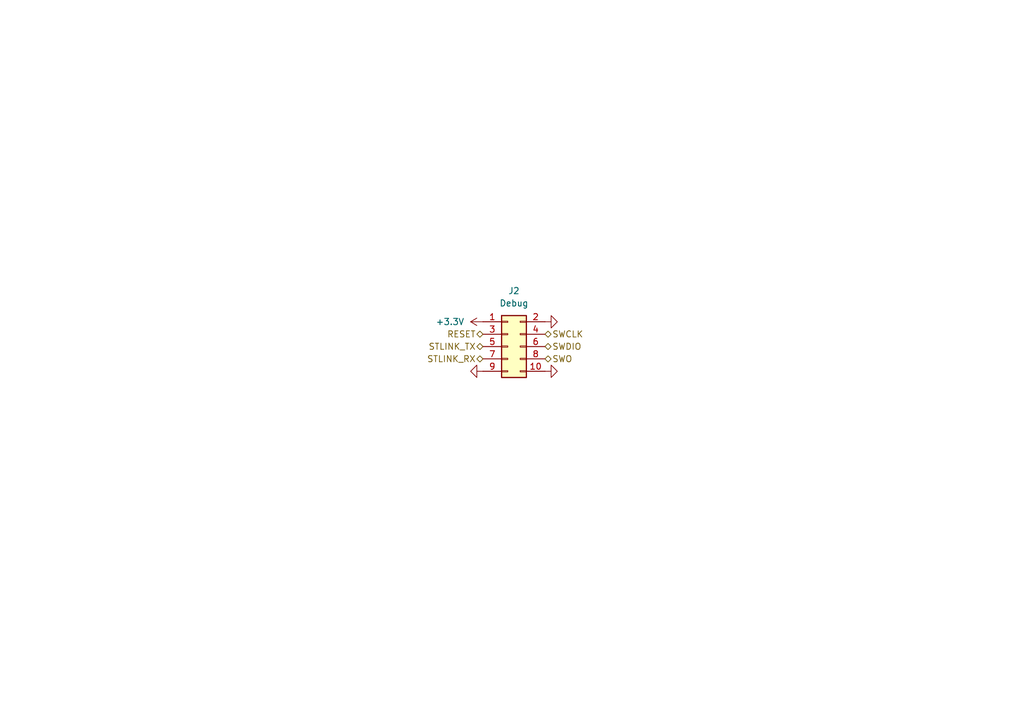
<source format=kicad_sch>
(kicad_sch (version 20250114) (generator "eeschema") (generator_version "9.0")
  (paper "A5")
  (lib_symbols
    (symbol "Connector_Generic:Conn_02x05_Odd_Even" (pin_names (offset 1.016) (hide yes))
      (property "Reference" "J" (at 1.27 7.62 0))
      (property "Value" "Conn_02x05_Odd_Even" (at 1.27 -7.62 0))
      (symbol "Conn_02x05_Odd_Even_1_1"
        (rectangle (start -1.27 6.35) (end 3.81 -6.35) (stroke (width 0.254)) (fill (type background)))
        (rectangle (start -1.27 5.207) (end 0 4.953) (stroke (width 0.1524)))
        (rectangle (start -1.27 2.667) (end 0 2.413) (stroke (width 0.1524)))
        (rectangle (start -1.27 0.127) (end 0 -0.127) (stroke (width 0.1524)))
        (rectangle (start -1.27 -2.413) (end 0 -2.667) (stroke (width 0.1524)))
        (rectangle (start -1.27 -4.953) (end 0 -5.207) (stroke (width 0.1524)))
        (rectangle (start 3.81 5.207) (end 2.54 4.953) (stroke (width 0.1524)))
        (rectangle (start 3.81 2.667) (end 2.54 2.413) (stroke (width 0.1524)))
        (rectangle (start 3.81 0.127) (end 2.54 -0.127) (stroke (width 0.1524)))
        (rectangle (start 3.81 -2.413) (end 2.54 -2.667) (stroke (width 0.1524)))
        (rectangle (start 3.81 -4.953) (end 2.54 -5.207) (stroke (width 0.1524)))
        (pin passive line (at -5.08 5.08 0) (length 3.81) (name "Pin_1") (number "1"))
        (pin passive line (at -5.08 2.54 0) (length 3.81) (name "Pin_3") (number "3"))
        (pin passive line (at -5.08 0 0) (length 3.81) (name "Pin_5") (number "5"))
        (pin passive line (at -5.08 -2.54 0) (length 3.81) (name "Pin_7") (number "7"))
        (pin passive line (at -5.08 -5.08 0) (length 3.81) (name "Pin_9") (number "9"))
        (pin passive line (at 7.62 5.08 180) (length 3.81) (name "Pin_2") (number "2"))
        (pin passive line (at 7.62 2.54 180) (length 3.81) (name "Pin_4") (number "4"))
        (pin passive line (at 7.62 0 180) (length 3.81) (name "Pin_6") (number "6"))
        (pin passive line (at 7.62 -2.54 180) (length 3.81) (name "Pin_8") (number "8"))
        (pin passive line (at 7.62 -5.08 180) (length 3.81) (name "Pin_10") (number "10"))
      )
    )
    (symbol "power:+3.3V" (power) (pin_numbers (hide yes)) (pin_names (offset 0) (hide yes))
      (property "Value" "+3.3V" (at 0 3.556 0))
      (symbol "+3.3V_0_1"
        (polyline (pts (xy -0.762 1.27) (xy 0 2.54)))
        (polyline (pts (xy 0 2.54) (xy 0.762 1.27)))
        (polyline (pts (xy 0 0) (xy 0 2.54)))
      )
      (symbol "+3.3V_1_1"
        (pin power_in line (at 0 0 90) (length 0) (name "~") (number "1"))
      )
    )
    (symbol "power:GND" (power) (pin_numbers (hide yes)) (pin_names (offset 0) (hide yes))
      (property "Value" "GND" (at 0 -3.81 0))
      (symbol "GND_0_1"
        (polyline (pts (xy 0 0) (xy 0 -1.27) (xy 1.27 -1.27) (xy 0 -2.54) (xy -1.27 -1.27) (xy 0 -1.27)))
      )
      (symbol "GND_1_1"
        (pin power_in line (at 0 0 270) (length 0) (name "~") (number "1"))
      )
    )
  )
  (hierarchical_label "SWDIO" (shape bidirectional) (at 111.76 71.12 0))
  (hierarchical_label "SWCLK" (shape bidirectional) (at 111.76 68.58 0))
  (hierarchical_label "STLINK_RX" (shape bidirectional) (at 99.06 73.66 180))
  (hierarchical_label "STLINK_TX" (shape bidirectional) (at 99.06 71.12 180))
  (hierarchical_label "RESET" (shape bidirectional) (at 99.06 68.58 180))
  (hierarchical_label "SWO" (shape bidirectional) (at 111.76 73.66 0))
  (symbol (lib_id "power:+3.3V") (at 99.06 66.04 90) (unit 1)
    (property "Reference" "#PWR018" (effects (hide yes)))
    (property "Value" "+3.3V" (at 95.25 66.0399 90) (effects (justify left)))
    (property "Description" "Power symbol creates a global label with name \"+3.3V\"" (effects (hide yes)))
  )
  (symbol (lib_id "power:GND") (at 111.76 76.2 90) (unit 1)
    (property "Reference" "#PWR017" (effects (hide yes)))
    (property "Value" "GND" (effects (hide yes)))
    (property "Description" "Power symbol creates a global label with name \"GND\" , ground" (effects (hide yes)))
  )
  (symbol (lib_id "Connector_Generic:Conn_02x05_Odd_Even") (at 104.14 71.12 0) (unit 1)
    (property "Reference" "J2" (at 105.41 59.69 0))
    (property "Value" "Debug" (at 105.41 62.23 0))
    (property "Footprint" "pcb:Molex_PicoBlade_53047-1010_1x10_P1.25mm_Vertical" (effects (hide yes)))
    (property "Description" "Generic connector, double row, 02x05, odd/even pin numbering scheme (row 1 odd numbers, row 2 even numbers), script generated (kicad-library-utils/schlib/autogen/connector/)" (effects (hide yes)))
  )
  (symbol (lib_id "power:GND") (at 99.06 76.2 270) (unit 1)
    (property "Reference" "#PWR019" (effects (hide yes)))
    (property "Value" "GND" (effects (hide yes)))
    (property "Description" "Power symbol creates a global label with name \"GND\" , ground" (effects (hide yes)))
  )
  (symbol (lib_id "power:GND") (at 111.76 66.04 90) (unit 1)
    (property "Reference" "#PWR020" (effects (hide yes)))
    (property "Value" "GND" (effects (hide yes)))
    (property "Description" "Power symbol creates a global label with name \"GND\" , ground" (effects (hide yes)))
  )
)
</source>
